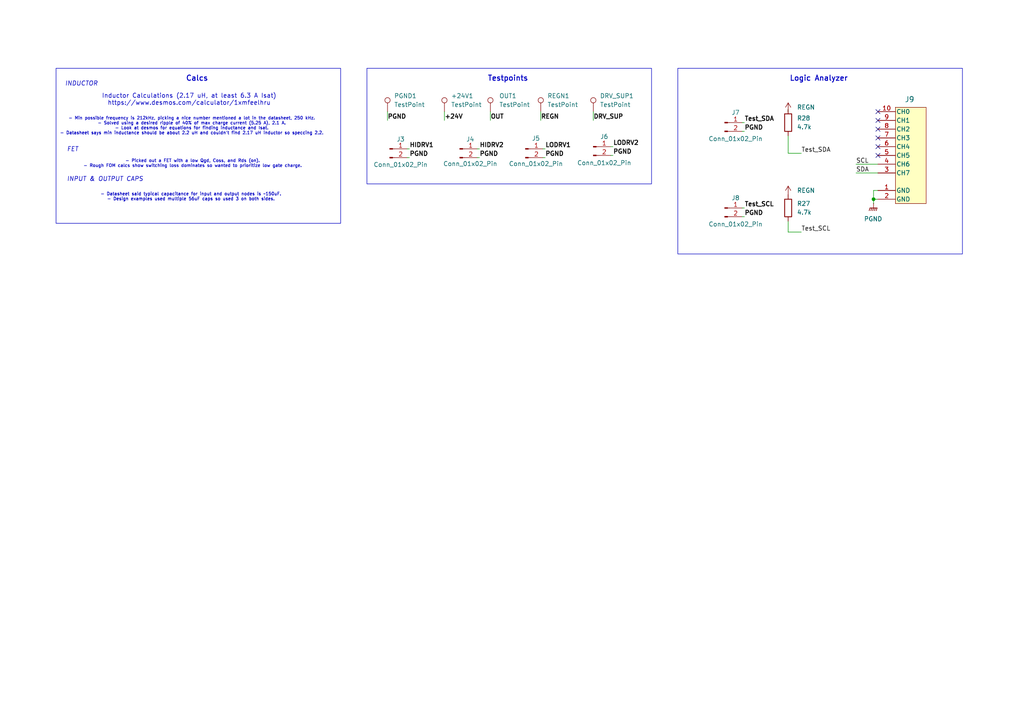
<source format=kicad_sch>
(kicad_sch (version 20250114) (generator "eeschema") (generator_version "9.0")
  (paper "A4")
  (lib_symbols
    (symbol "Connector:Conn_01x02_Pin" (pin_names (offset 1.016) (hide yes))
      (property "Reference" "J" (at 0 2.54 0))
      (property "Value" "Conn_01x02_Pin" (at 0 -5.08 0))
      (symbol "Conn_01x02_Pin_1_1"
        (rectangle (start 0.8636 0.127) (end 0 -0.127) (stroke (width 0.1524)) (fill (type outline)))
        (rectangle (start 0.8636 -2.413) (end 0 -2.667) (stroke (width 0.1524)) (fill (type outline)))
        (polyline (pts (xy 1.27 0) (xy 0.8636 0)) (stroke (width 0.1524)))
        (polyline (pts (xy 1.27 -2.54) (xy 0.8636 -2.54)) (stroke (width 0.1524)))
        (pin passive line (at 5.08 0 180) (length 3.81) (name "Pin_1") (number "1"))
        (pin passive line (at 5.08 -2.54 180) (length 3.81) (name "Pin_2") (number "2"))
      )
    )
    (symbol "Connector:TestPoint" (pin_numbers (hide yes)) (pin_names (offset 0.762) (hide yes))
      (property "Reference" "TP" (at 0 6.858 0))
      (property "Value" "TestPoint" (at 0 5.08 0))
      (symbol "TestPoint_0_1"
        (circle (center 0 3.302) (radius 0.762))
      )
      (symbol "TestPoint_1_1"
        (pin passive line (at 0 0 90) (length 2.54) (name "1") (number "1"))
      )
    )
    (symbol "Device:R" (pin_numbers (hide yes)) (pin_names (offset 0))
      (property "Reference" "R" (at 2.032 0 90))
      (property "Value" "R" (at 0 0 90))
      (symbol "R_0_1"
        (rectangle (start -1.016 -2.54) (end 1.016 2.54) (stroke (width 0.254)))
      )
      (symbol "R_1_1"
        (pin passive line (at 0 3.81 270) (length 1.27) (name "~") (number "1"))
        (pin passive line (at 0 -3.81 90) (length 1.27) (name "~") (number "2"))
      )
    )
    (symbol "power:+3V3" (power) (pin_numbers (hide yes)) (pin_names (offset 0) (hide yes))
      (property "Value" "+3V3" (at 0 3.556 0))
      (symbol "+3V3_0_1"
        (polyline (pts (xy -0.762 1.27) (xy 0 2.54)))
        (polyline (pts (xy 0 2.54) (xy 0.762 1.27)))
        (polyline (pts (xy 0 0) (xy 0 2.54)))
      )
      (symbol "+3V3_1_1"
        (pin power_in line (at 0 0 90) (length 0) (name "~") (number "1"))
      )
    )
    (symbol "power:GNDPWR" (power) (pin_numbers (hide yes)) (pin_names (offset 0) (hide yes))
      (property "Value" "GNDPWR" (at 0 -3.302 0))
      (symbol "GNDPWR_0_1"
        (polyline (pts (xy -1.016 -1.27) (xy -1.27 -2.032) (xy -1.27 -2.032)) (stroke (width 0.2032)))
        (polyline (pts (xy -0.508 -1.27) (xy -0.762 -2.032) (xy -0.762 -2.032)) (stroke (width 0.2032)))
        (polyline (pts (xy 0 -1.27) (xy 0 0)))
        (polyline (pts (xy 0 -1.27) (xy -0.254 -2.032) (xy -0.254 -2.032)) (stroke (width 0.2032)))
        (polyline (pts (xy 0.508 -1.27) (xy 0.254 -2.032) (xy 0.254 -2.032)) (stroke (width 0.2032)))
        (polyline (pts (xy 1.016 -1.27) (xy -1.016 -1.27) (xy -1.016 -1.27)) (stroke (width 0.2032)))
        (polyline (pts (xy 1.016 -1.27) (xy 0.762 -2.032) (xy 0.762 -2.032) (xy 0.762 -2.032)) (stroke (width 0.2032)))
      )
      (symbol "GNDPWR_1_1"
        (pin power_in line (at 0 0 270) (length 0) (name "~") (number "1"))
      )
    )
    (symbol "utsvt_connectors:SFH11-PBPC-D05-ST-BK" (pin_names (offset 0.254))
      (property "Reference" "J" (at 8.89 6.35 0))
      (property "Value" "SFH11-PBPC-D05-ST-BK" (at 8.89 4.318 0))
      (symbol "SFH11-PBPC-D05-ST-BK_1_1"
        (rectangle (start 5.08 2.54) (end 13.97 -25.4) (fill (type background)))
        (pin output line (at 0 1.27 0) (length 5.08) (name "CH0") (number "10"))
        (pin output line (at 0 -1.27 0) (length 5.08) (name "CH1") (number "9"))
        (pin output line (at 0 -3.81 0) (length 5.08) (name "CH2") (number "8"))
        (pin output line (at 0 -6.35 0) (length 5.08) (name "CH3") (number "7"))
        (pin output line (at 0 -8.89 0) (length 5.08) (name "CH4") (number "6"))
        (pin output line (at 0 -11.43 0) (length 5.08) (name "CH5") (number "5"))
        (pin output line (at 0 -13.97 0) (length 5.08) (name "CH6") (number "4"))
        (pin output line (at 0 -16.51 0) (length 5.08) (name "CH7") (number "3"))
        (pin output line (at 0 -21.59 0) (length 5.08) (name "GND") (number "1"))
        (pin output line (at 0 -24.13 0) (length 5.08) (name "GND") (number "2"))
      )
      (symbol "SFH11-PBPC-D05-ST-BK_1_2"
        (polyline (pts (xy 5.08 2.54) (xy 5.08 -25.4)) (stroke (width 0.127)))
        (polyline (pts (xy 5.08 -25.4) (xy 12.7 -25.4)) (stroke (width 0.127)))
        (polyline (pts (xy 7.62 0) (xy 5.08 0)) (stroke (width 0.127)))
        (polyline (pts (xy 7.62 0) (xy 8.89 0.8467)) (stroke (width 0.127)))
        (polyline (pts (xy 7.62 0) (xy 8.89 -0.8467)) (stroke (width 0.127)))
        (polyline (pts (xy 7.62 -2.54) (xy 5.08 -2.54)) (stroke (width 0.127)))
        (polyline (pts (xy 7.62 -2.54) (xy 8.89 -1.6933)) (stroke (width 0.127)))
        (polyline (pts (xy 7.62 -2.54) (xy 8.89 -3.3867)) (stroke (width 0.127)))
        (polyline (pts (xy 7.62 -5.08) (xy 5.08 -5.08)) (stroke (width 0.127)))
        (polyline (pts (xy 7.62 -5.08) (xy 8.89 -4.2333)) (stroke (width 0.127)))
        (polyline (pts (xy 7.62 -5.08) (xy 8.89 -5.9267)) (stroke (width 0.127)))
        (polyline (pts (xy 7.62 -7.62) (xy 5.08 -7.62)) (stroke (width 0.127)))
        (polyline (pts (xy 7.62 -7.62) (xy 8.89 -6.7733)) (stroke (width 0.127)))
        (polyline (pts (xy 7.62 -7.62) (xy 8.89 -8.4667)) (stroke (width 0.127)))
        (polyline (pts (xy 7.62 -10.16) (xy 5.08 -10.16)) (stroke (width 0.127)))
        (polyline (pts (xy 7.62 -10.16) (xy 8.89 -9.3133)) (stroke (width 0.127)))
        (polyline (pts (xy 7.62 -10.16) (xy 8.89 -11.0067)) (stroke (width 0.127)))
        (polyline (pts (xy 7.62 -12.7) (xy 5.08 -12.7)) (stroke (width 0.127)))
        (polyline (pts (xy 7.62 -12.7) (xy 8.89 -11.8533)) (stroke (width 0.127)))
        (polyline (pts (xy 7.62 -12.7) (xy 8.89 -13.5467)) (stroke (width 0.127)))
        (polyline (pts (xy 7.62 -15.24) (xy 5.08 -15.24)) (stroke (width 0.127)))
        (polyline (pts (xy 7.62 -15.24) (xy 8.89 -14.3933)) (stroke (width 0.127)))
        (polyline (pts (xy 7.62 -15.24) (xy 8.89 -16.0867)) (stroke (width 0.127)))
        (polyline (pts (xy 7.62 -17.78) (xy 5.08 -17.78)) (stroke (width 0.127)))
        (polyline (pts (xy 7.62 -17.78) (xy 8.89 -16.9333)) (stroke (width 0.127)))
        (polyline (pts (xy 7.62 -17.78) (xy 8.89 -18.6267)) (stroke (width 0.127)))
        (polyline (pts (xy 7.62 -20.32) (xy 5.08 -20.32)) (stroke (width 0.127)))
        (polyline (pts (xy 7.62 -20.32) (xy 8.89 -19.4733)) (stroke (width 0.127)))
        (polyline (pts (xy 7.62 -20.32) (xy 8.89 -21.1667)) (stroke (width 0.127)))
        (polyline (pts (xy 7.62 -22.86) (xy 5.08 -22.86)) (stroke (width 0.127)))
        (polyline (pts (xy 7.62 -22.86) (xy 8.89 -22.0133)) (stroke (width 0.127)))
        (polyline (pts (xy 7.62 -22.86) (xy 8.89 -23.7067)) (stroke (width 0.127)))
        (polyline (pts (xy 12.7 2.54) (xy 5.08 2.54)) (stroke (width 0.127)))
        (polyline (pts (xy 12.7 -25.4) (xy 12.7 2.54)) (stroke (width 0.127)))
        (pin unspecified line (at 0 0 0) (length 5.08) (name "1") (number "1"))
        (pin unspecified line (at 0 -2.54 0) (length 5.08) (name "2") (number "2"))
        (pin unspecified line (at 0 -5.08 0) (length 5.08) (name "3") (number "3"))
        (pin unspecified line (at 0 -7.62 0) (length 5.08) (name "4") (number "4"))
        (pin unspecified line (at 0 -10.16 0) (length 5.08) (name "5") (number "5"))
        (pin unspecified line (at 0 -12.7 0) (length 5.08) (name "6") (number "6"))
        (pin unspecified line (at 0 -15.24 0) (length 5.08) (name "7") (number "7"))
        (pin unspecified line (at 0 -17.78 0) (length 5.08) (name "8") (number "8"))
        (pin unspecified line (at 0 -20.32 0) (length 5.08) (name "9") (number "9"))
        (pin unspecified line (at 0 -22.86 0) (length 5.08) (name "10") (number "10"))
      )
    )
  )
  (rectangle (start 106.426 19.812) (end 188.976 53.34))
  (rectangle (start 196.596 19.812) (end 279.146 73.66))
  (rectangle (start 16.256 19.812) (end 98.806 64.77))
  (text "Testpoints" (at 147.32 22.86 0) (effects (font (size 1.524 1.524) (thickness 0.254) (bold yes))))
  (text "INPUT & OUTPUT CAPS" (at 30.48 52.07 0) (effects (font (size 1.27 1.27) (italic yes))))
  (text "INDUCTOR" (at 23.622 24.384 0) (effects (font (size 1.27 1.27) (italic yes))))
  (text "FET" (at 21.082 43.434 0) (effects (font (size 1.27 1.27) (italic yes))))
  (text "Inductor Calculations (2.17 uH, at least 6.3 A Isat)\nhttps://www.desmos.com/calculator/1xmfeelhru" (at 54.864 28.956 0) (effects (font (size 1.27 1.27))))
  (text "Calcs" (at 57.15 22.86 0) (effects (font (size 1.524 1.524) (thickness 0.254) (bold yes))))
  (text "- Picked out a FET with a low Qgd, Coss, and Rds (on).\n- Rough FOM calcs show switching loss dominates so wanted to prioritize low gate charge.\n" (at 55.88 47.498 0) (effects (font (size 0.889 0.889))))
  (text "Logic Analyzer\n" (at 237.49 22.86 0) (effects (font (size 1.524 1.524) (thickness 0.254) (bold yes))))
  (text "- Min possible frequency is 212kHz, picking a nice number mentioned a lot in the datasheet, 250 kHz.\n- Solved using a desired ripple of 40% of max charge current (5.25 A), 2.1 A.\n- Look at desmos for equations for finding inductance and Isat.\n- Datasheet says min inductance should be about 2.2 uH and couldn't find 2.17 uH inductor so speccing 2.2." (at 55.626 36.576 0) (effects (font (size 0.889 0.889))))
  (text "- Datasheet said typical capacitance for input and output nodes is ~150uF.\n- Design examples used multiple 56uF caps so used 3 on both sides." (at 55.372 57.15 0) (effects (font (size 0.889 0.889))))
  (junction (at 253.365 57.785))
  (no_connect (at 254.635 42.545))
  (no_connect (at 254.635 37.465))
  (no_connect (at 254.635 34.925))
  (no_connect (at 254.635 32.385))
  (no_connect (at 254.635 40.005))
  (no_connect (at 254.635 45.085))
  (wire (pts (xy 172.085 32.385) (xy 172.085 34.925)))
  (wire (pts (xy 228.6 39.37) (xy 228.6 44.45)))
  (wire (pts (xy 232.41 67.31) (xy 228.6 67.31)))
  (wire (pts (xy 254.635 55.245) (xy 253.365 55.245)))
  (wire (pts (xy 156.845 32.385) (xy 156.845 34.925)))
  (wire (pts (xy 232.41 44.45) (xy 228.6 44.45)))
  (wire (pts (xy 177.165 45.085) (xy 177.8 45.085)))
  (wire (pts (xy 228.6 64.135) (xy 228.6 67.31)))
  (wire (pts (xy 118.11 43.18) (xy 118.745 43.18)))
  (wire (pts (xy 138.43 43.18) (xy 139.065 43.18)))
  (wire (pts (xy 157.48 45.72) (xy 158.115 45.72)))
  (wire (pts (xy 253.365 57.785) (xy 254.635 57.785)))
  (wire (pts (xy 215.265 62.865) (xy 215.9 62.865)))
  (wire (pts (xy 177.165 42.545) (xy 177.8 42.545)))
  (wire (pts (xy 142.24 32.385) (xy 142.24 34.925)))
  (wire (pts (xy 248.285 47.625) (xy 254.635 47.625)))
  (wire (pts (xy 215.265 38.1) (xy 215.9 38.1)))
  (wire (pts (xy 253.365 55.245) (xy 253.365 57.785)))
  (wire (pts (xy 215.265 60.325) (xy 215.9 60.325)))
  (wire (pts (xy 228.6 32.385) (xy 228.6 31.75)))
  (wire (pts (xy 138.43 45.72) (xy 139.065 45.72)))
  (wire (pts (xy 112.395 32.385) (xy 112.395 34.925)))
  (wire (pts (xy 248.285 50.165) (xy 254.635 50.165)))
  (wire (pts (xy 253.365 57.785) (xy 253.365 59.055)))
  (wire (pts (xy 157.48 43.18) (xy 158.115 43.18)))
  (wire (pts (xy 215.265 35.56) (xy 215.9 35.56)))
  (wire (pts (xy 128.905 32.385) (xy 128.905 34.925)))
  (wire (pts (xy 118.11 45.72) (xy 118.745 45.72)))
  (label "PGND" (at 158.115 45.72 0) (effects (font (thickness 0.254) (bold yes))))
  (label "Test_SDA" (at 215.9 35.56 0) (effects (font (thickness 0.254) (bold yes))))
  (label "PGND" (at 177.8 45.085 0) (effects (font (thickness 0.254) (bold yes))))
  (label "REGN" (at 156.845 34.925 0) (effects (font (thickness 0.254) (bold yes))))
  (label "+24V" (at 128.905 34.925 0) (effects (font (thickness 0.254) (bold yes))))
  (label "DRV_SUP" (at 172.085 34.925 0) (effects (font (thickness 0.254) (bold yes))))
  (label "PGND" (at 215.9 38.1 0) (effects (font (thickness 0.254) (bold yes))))
  (label "Test_SCL" (at 232.41 67.31 0))
  (label "HIDRV1" (at 118.745 43.18 0) (effects (font (thickness 0.254) (bold yes))))
  (label "SCL" (at 248.285 47.625 0))
  (label "SDA" (at 248.285 50.165 0))
  (label "PGND" (at 112.395 34.925 0) (effects (font (thickness 0.254) (bold yes))))
  (label "LODRV2" (at 177.8 42.545 0) (effects (font (thickness 0.254) (bold yes))))
  (label "HIDRV2" (at 139.065 43.18 0) (effects (font (thickness 0.254) (bold yes))))
  (label "PGND" (at 139.065 45.72 0) (effects (font (thickness 0.254) (bold yes))))
  (label "LODRV1" (at 158.115 43.18 0) (effects (font (thickness 0.254) (bold yes))))
  (label "Test_SCL" (at 215.9 60.325 0) (effects (font (thickness 0.254) (bold yes))))
  (label "Test_SDA" (at 232.41 44.45 0))
  (label "OUT" (at 142.24 34.925 0) (effects (font (thickness 0.254) (bold yes))))
  (label "PGND" (at 215.9 62.865 0) (effects (font (thickness 0.254) (bold yes))))
  (label "PGND" (at 118.745 45.72 0) (effects (font (thickness 0.254) (bold yes))))
  (symbol (lib_id "Device:R") (at 228.6 60.325 0) (unit 1)
    (property "Reference" "R27" (at 231.14 59.0549 0) (effects (justify left)))
    (property "Value" "4.7k" (at 231.14 61.5949 0) (effects (justify left)))
    (property "Footprint" "Resistor_SMD:R_0603_1608Metric" (effects (hide yes)))
    (property "Description" "Resistor" (effects (hide yes)))
    (property "P/N" "CRCW06034K70FKEA" (effects (hide yes)))
  )
  (symbol (lib_id "Connector:TestPoint") (at 156.845 32.385 0) (unit 1)
    (property "Reference" "REGN1" (at 158.75 27.8129 0) (effects (justify left)))
    (property "Value" "TestPoint" (at 158.75 30.3529 0) (effects (justify left)))
    (property "Footprint" "Connector_PinHeader_2.54mm:PinHeader_1x01_P2.54mm_Vertical" (effects (hide yes)))
    (property "Description" "test point" (effects (hide yes)))
  )
  (symbol (lib_id "power:+3V3") (at 228.6 56.515 0) (unit 1)
    (property "Reference" "#PWR024" (effects (hide yes)))
    (property "Value" "REGN" (at 231.14 55.2449 0) (effects (justify left)))
    (property "Description" "Power symbol creates a global label with name \"+3V3\"" (effects (hide yes)))
  )
  (symbol (lib_id "Connector:Conn_01x02_Pin") (at 210.185 60.325 0) (unit 1)
    (property "Reference" "J8" (at 213.36 57.404 0))
    (property "Value" "Conn_01x02_Pin" (at 213.36 65.024 0))
    (property "Footprint" "Connector_PinHeader_2.54mm:PinHeader_1x02_P2.54mm_Vertical" (effects (hide yes)))
    (property "Description" "Generic connector, single row, 01x02, script generated" (effects (hide yes)))
  )
  (symbol (lib_id "power:GNDPWR") (at 253.365 59.055 0) (unit 1)
    (property "Reference" "#PWR023" (effects (hide yes)))
    (property "Value" "PGND" (at 253.238 63.5 0))
    (property "Description" "Power symbol creates a global label with name \"GNDPWR\" , global ground" (effects (hide yes)))
  )
  (symbol (lib_id "Device:R") (at 228.6 35.56 0) (unit 1)
    (property "Reference" "R28" (at 231.14 34.2899 0) (effects (justify left)))
    (property "Value" "4.7k" (at 231.14 36.8299 0) (effects (justify left)))
    (property "Footprint" "Resistor_SMD:R_0603_1608Metric" (effects (hide yes)))
    (property "Description" "Resistor" (effects (hide yes)))
    (property "P/N" "CRCW06034K70FKEA" (effects (hide yes)))
  )
  (symbol (lib_id "Connector:Conn_01x02_Pin") (at 133.35 43.18 0) (unit 1)
    (property "Reference" "J4" (at 136.398 40.386 0))
    (property "Value" "Conn_01x02_Pin" (at 136.398 47.498 0))
    (property "Footprint" "Connector_PinHeader_2.54mm:PinHeader_1x02_P2.54mm_Vertical" (effects (hide yes)))
    (property "Description" "Generic connector, single row, 01x02, script generated" (effects (hide yes)))
  )
  (symbol (lib_id "Connector:Conn_01x02_Pin") (at 172.085 42.545 0) (unit 1)
    (property "Reference" "J6" (at 175.26 39.624 0))
    (property "Value" "Conn_01x02_Pin" (at 175.26 47.244 0))
    (property "Footprint" "Connector_PinHeader_2.54mm:PinHeader_1x02_P2.54mm_Vertical" (effects (hide yes)))
    (property "Description" "Generic connector, single row, 01x02, script generated" (effects (hide yes)))
  )
  (symbol (lib_id "Connector:Conn_01x02_Pin") (at 113.03 43.18 0) (unit 1)
    (property "Reference" "J3" (at 116.205 40.386 0))
    (property "Value" "Conn_01x02_Pin" (at 116.205 47.752 0))
    (property "Footprint" "Connector_PinHeader_2.54mm:PinHeader_1x02_P2.54mm_Vertical" (effects (hide yes)))
    (property "Description" "Generic connector, single row, 01x02, script generated" (effects (hide yes)))
  )
  (symbol (lib_id "utsvt_connectors:SFH11-PBPC-D05-ST-BK") (at 254.635 33.655 0) (unit 1)
    (property "Reference" "J9" (at 262.382 28.829 0) (effects (font (size 1.524 1.524)) (justify left)))
    (property "Value" "SFH11-PBPC-D05-ST-BK" (effects (hide yes)))
    (property "Footprint" "UTSVT_Connectors:CONN_SFH11-xxxC-D05-ST-XX_SUL" (effects (hide yes)))
    (property "Datasheet" "https://www.digikey.com/en/products/detail/sullins-connector-solutions/SFH11-PBPC-D05-ST-BK/1990087?gclsrc=aw.ds&gad_source=1&gad_campaignid=120565755&gbraid=0AAAAADrbLljEsXDDEt5svizMM4jeYrL-A&gclid=Cj0KCQjwwZDFBhCpARIsAB95qO2YCKMg2VQme3QQBBCFa3dTLVMMS-qCbMZE8KZJpYe-_Bi6ULwi-x0aAvv3EALw_wcB" (effects (hide yes)))
    (property "Description" "Connector interfacing with logic analyzers" (effects (hide yes)))
    (property "P/N" "SFH11-PBPC-D05-ST-BK" (effects (hide yes)))
  )
  (symbol (lib_id "Connector:TestPoint") (at 142.24 32.385 0) (unit 1)
    (property "Reference" "OUT1" (at 144.78 27.8129 0) (effects (justify left)))
    (property "Value" "TestPoint" (at 144.78 30.3529 0) (effects (justify left)))
    (property "Footprint" "Connector_PinHeader_2.54mm:PinHeader_1x01_P2.54mm_Vertical" (effects (hide yes)))
    (property "Description" "test point" (effects (hide yes)))
  )
  (symbol (lib_id "Connector:TestPoint") (at 128.905 32.385 0) (unit 1)
    (property "Reference" "+24V1" (at 130.81 27.8129 0) (effects (justify left)))
    (property "Value" "TestPoint" (at 130.81 30.3529 0) (effects (justify left)))
    (property "Footprint" "Connector_PinHeader_2.54mm:PinHeader_1x01_P2.54mm_Vertical" (effects (hide yes)))
    (property "Description" "test point" (effects (hide yes)))
  )
  (symbol (lib_id "Connector:TestPoint") (at 172.085 32.385 0) (unit 1)
    (property "Reference" "DRV_SUP1" (at 173.99 27.8129 0) (effects (justify left)))
    (property "Value" "TestPoint" (at 173.99 30.3529 0) (effects (justify left)))
    (property "Footprint" "Connector_PinHeader_2.54mm:PinHeader_1x01_P2.54mm_Vertical" (effects (hide yes)))
    (property "Description" "test point" (effects (hide yes)))
  )
  (symbol (lib_id "Connector:TestPoint") (at 112.395 32.385 0) (unit 1)
    (property "Reference" "PGND1" (at 114.3 27.8129 0) (effects (justify left)))
    (property "Value" "TestPoint" (at 114.3 30.3529 0) (effects (justify left)))
    (property "Footprint" "Connector_PinHeader_2.54mm:PinHeader_1x01_P2.54mm_Vertical" (effects (hide yes)))
    (property "Description" "test point" (effects (hide yes)))
  )
  (symbol (lib_id "Connector:Conn_01x02_Pin") (at 152.4 43.18 0) (unit 1)
    (property "Reference" "J5" (at 155.448 40.132 0))
    (property "Value" "Conn_01x02_Pin" (at 155.448 47.498 0))
    (property "Footprint" "Connector_PinHeader_2.54mm:PinHeader_1x02_P2.54mm_Vertical" (effects (hide yes)))
    (property "Description" "Generic connector, single row, 01x02, script generated" (effects (hide yes)))
  )
  (symbol (lib_id "Connector:Conn_01x02_Pin") (at 210.185 35.56 0) (unit 1)
    (property "Reference" "J7" (at 213.36 32.639 0))
    (property "Value" "Conn_01x02_Pin" (at 213.36 40.259 0))
    (property "Footprint" "Connector_PinHeader_2.54mm:PinHeader_1x02_P2.54mm_Vertical" (effects (hide yes)))
    (property "Description" "Generic connector, single row, 01x02, script generated" (effects (hide yes)))
  )
  (symbol (lib_id "power:+3V3") (at 228.6 32.385 0) (unit 1)
    (property "Reference" "#PWR025" (effects (hide yes)))
    (property "Value" "REGN" (at 231.14 31.1149 0) (effects (justify left)))
    (property "Description" "Power symbol creates a global label with name \"+3V3\"" (effects (hide yes)))
  )
)
</source>
